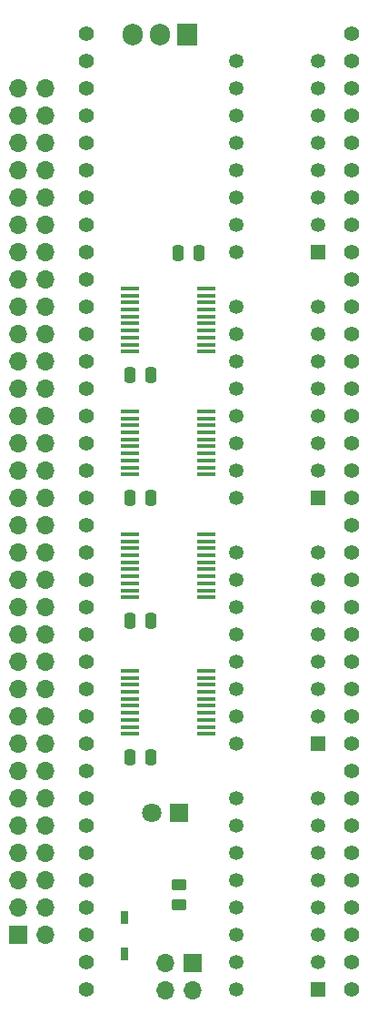
<source format=gts>
%TF.GenerationSoftware,KiCad,Pcbnew,7.0.5*%
%TF.CreationDate,2024-01-28T12:41:20+02:00*%
%TF.ProjectId,Signal Tester Left,5369676e-616c-4205-9465-73746572204c,V0*%
%TF.SameCoordinates,Original*%
%TF.FileFunction,Soldermask,Top*%
%TF.FilePolarity,Negative*%
%FSLAX46Y46*%
G04 Gerber Fmt 4.6, Leading zero omitted, Abs format (unit mm)*
G04 Created by KiCad (PCBNEW 7.0.5) date 2024-01-28 12:41:20*
%MOMM*%
%LPD*%
G01*
G04 APERTURE LIST*
G04 Aperture macros list*
%AMRoundRect*
0 Rectangle with rounded corners*
0 $1 Rounding radius*
0 $2 $3 $4 $5 $6 $7 $8 $9 X,Y pos of 4 corners*
0 Add a 4 corners polygon primitive as box body*
4,1,4,$2,$3,$4,$5,$6,$7,$8,$9,$2,$3,0*
0 Add four circle primitives for the rounded corners*
1,1,$1+$1,$2,$3*
1,1,$1+$1,$4,$5*
1,1,$1+$1,$6,$7*
1,1,$1+$1,$8,$9*
0 Add four rect primitives between the rounded corners*
20,1,$1+$1,$2,$3,$4,$5,0*
20,1,$1+$1,$4,$5,$6,$7,0*
20,1,$1+$1,$6,$7,$8,$9,0*
20,1,$1+$1,$8,$9,$2,$3,0*%
G04 Aperture macros list end*
%ADD10R,1.800000X0.450000*%
%ADD11RoundRect,0.250000X0.450000X-0.262500X0.450000X0.262500X-0.450000X0.262500X-0.450000X-0.262500X0*%
%ADD12RoundRect,0.250000X0.250000X0.475000X-0.250000X0.475000X-0.250000X-0.475000X0.250000X-0.475000X0*%
%ADD13C,1.350000*%
%ADD14R,1.350000X1.350000*%
%ADD15R,1.905000X2.000000*%
%ADD16O,1.905000X2.000000*%
%ADD17C,1.400000*%
%ADD18R,0.750000X1.200000*%
%ADD19R,1.700000X1.700000*%
%ADD20O,1.700000X1.700000*%
%ADD21R,1.800000X1.800000*%
%ADD22C,1.800000*%
%ADD23RoundRect,0.250000X-0.250000X-0.475000X0.250000X-0.475000X0.250000X0.475000X-0.250000X0.475000X0*%
G04 APERTURE END LIST*
D10*
%TO.C,IC2*%
X40900000Y-95635000D03*
X40900000Y-94985000D03*
X40900000Y-94335000D03*
X40900000Y-93685000D03*
X40900000Y-93035000D03*
X40900000Y-92385000D03*
X40900000Y-91735000D03*
X40900000Y-91085000D03*
X40900000Y-90435000D03*
X40900000Y-89785000D03*
X48000000Y-89785000D03*
X48000000Y-90435000D03*
X48000000Y-91085000D03*
X48000000Y-91735000D03*
X48000000Y-92385000D03*
X48000000Y-93035000D03*
X48000000Y-93685000D03*
X48000000Y-94335000D03*
X48000000Y-94985000D03*
X48000000Y-95635000D03*
%TD*%
D11*
%TO.C,R1*%
X45455999Y-124229500D03*
X45455999Y-122404500D03*
%TD*%
D12*
%TO.C,C5*%
X40944000Y-74930000D03*
X42844000Y-74930000D03*
%TD*%
D13*
%TO.C,DS2*%
X50800000Y-109220000D03*
X50800000Y-106680000D03*
X50800000Y-104140000D03*
X50800000Y-101600000D03*
X50800000Y-99060000D03*
X50800000Y-96520000D03*
X50800000Y-93980000D03*
X50800000Y-91440000D03*
X58420000Y-91440000D03*
X58420000Y-93980000D03*
X58420000Y-96520000D03*
X58420000Y-99060000D03*
X58420000Y-101600000D03*
X58420000Y-104140000D03*
X58420000Y-106680000D03*
D14*
X58420000Y-109220000D03*
%TD*%
D15*
%TO.C,U1*%
X46228000Y-43307000D03*
D16*
X43688000Y-43307000D03*
X41148000Y-43307000D03*
%TD*%
D17*
%TO.C,RN8*%
X36830000Y-63500000D03*
X36830000Y-60960000D03*
X36830000Y-58420000D03*
X36830000Y-55880000D03*
X36830000Y-53340000D03*
X36830000Y-50800000D03*
X36830000Y-48260000D03*
X36830000Y-45720000D03*
X36830000Y-43180000D03*
%TD*%
D10*
%TO.C,IC1*%
X40900000Y-108335000D03*
X40900000Y-107685000D03*
X40900000Y-107035000D03*
X40900000Y-106385000D03*
X40900000Y-105735000D03*
X40900000Y-105085000D03*
X40900000Y-104435000D03*
X40900000Y-103785000D03*
X40900000Y-103135000D03*
X40900000Y-102485000D03*
X48000000Y-102485000D03*
X48000000Y-103135000D03*
X48000000Y-103785000D03*
X48000000Y-104435000D03*
X48000000Y-105085000D03*
X48000000Y-105735000D03*
X48000000Y-106385000D03*
X48000000Y-107035000D03*
X48000000Y-107685000D03*
X48000000Y-108335000D03*
%TD*%
D17*
%TO.C,RN5*%
X61595000Y-86360000D03*
X61595000Y-83820000D03*
X61595000Y-81280000D03*
X61595000Y-78740000D03*
X61595000Y-76200000D03*
X61595000Y-73660000D03*
X61595000Y-71120000D03*
X61595000Y-68580000D03*
X61595000Y-66040000D03*
%TD*%
D18*
%TO.C,D3*%
X40386000Y-125427001D03*
X40386000Y-128827001D03*
%TD*%
D17*
%TO.C,RN1*%
X61595000Y-132080000D03*
X61595000Y-129540000D03*
X61595000Y-127000000D03*
X61595000Y-124460000D03*
X61595000Y-121920000D03*
X61595000Y-119380000D03*
X61595000Y-116840000D03*
X61595000Y-114300000D03*
X61595000Y-111760000D03*
%TD*%
D13*
%TO.C,DS3*%
X50800000Y-86359999D03*
X50800000Y-83819999D03*
X50800000Y-81279999D03*
X50800000Y-78739999D03*
X50800000Y-76199999D03*
X50800000Y-73659999D03*
X50800000Y-71119999D03*
X50800000Y-68579999D03*
X58420000Y-68579999D03*
X58420000Y-71119999D03*
X58420000Y-73659999D03*
X58420000Y-76199999D03*
X58420000Y-78739999D03*
X58420000Y-81279999D03*
X58420000Y-83819999D03*
D14*
X58420000Y-86359999D03*
%TD*%
D12*
%TO.C,C6*%
X40944000Y-110490000D03*
X42844000Y-110490000D03*
%TD*%
D19*
%TO.C,J2*%
X46736000Y-129667002D03*
D20*
X44196000Y-129667002D03*
X46736000Y-132207002D03*
X44196000Y-132207002D03*
%TD*%
D10*
%TO.C,IC3*%
X40899999Y-84205000D03*
X40899999Y-83555000D03*
X40899999Y-82905000D03*
X40899999Y-82255000D03*
X40899999Y-81605000D03*
X40899999Y-80955000D03*
X40899999Y-80305000D03*
X40899999Y-79655000D03*
X40899999Y-79005000D03*
X40899999Y-78355000D03*
X47999999Y-78355000D03*
X47999999Y-79005000D03*
X47999999Y-79655000D03*
X47999999Y-80305000D03*
X47999999Y-80955000D03*
X47999999Y-81605000D03*
X47999999Y-82255000D03*
X47999999Y-82905000D03*
X47999999Y-83555000D03*
X47999999Y-84205000D03*
%TD*%
%TO.C,IC4*%
X40900000Y-72775000D03*
X40900000Y-72125000D03*
X40900000Y-71475000D03*
X40900000Y-70825000D03*
X40900000Y-70175000D03*
X40900000Y-69525000D03*
X40900000Y-68875000D03*
X40900000Y-68225000D03*
X40900000Y-67575000D03*
X40900000Y-66925000D03*
X48000000Y-66925000D03*
X48000000Y-67575000D03*
X48000000Y-68225000D03*
X48000000Y-68875000D03*
X48000000Y-69525000D03*
X48000000Y-70175000D03*
X48000000Y-70825000D03*
X48000000Y-71475000D03*
X48000000Y-72125000D03*
X48000000Y-72775000D03*
%TD*%
D12*
%TO.C,C3*%
X40944000Y-86360000D03*
X42844000Y-86360000D03*
%TD*%
D13*
%TO.C,DS4*%
X50800000Y-63499999D03*
X50800000Y-60959999D03*
X50800000Y-58419999D03*
X50800000Y-55879999D03*
X50800000Y-53339999D03*
X50800000Y-50799999D03*
X50800000Y-48259999D03*
X50800000Y-45719999D03*
X58420000Y-45719999D03*
X58420000Y-48259999D03*
X58420000Y-50799999D03*
X58420000Y-53339999D03*
X58420000Y-55879999D03*
X58420000Y-58419999D03*
X58420000Y-60959999D03*
D14*
X58420000Y-63499999D03*
%TD*%
D12*
%TO.C,C4*%
X40944000Y-97790000D03*
X42844000Y-97790000D03*
%TD*%
D14*
%TO.C,DS1*%
X58420000Y-132080000D03*
D13*
X58420000Y-129540000D03*
X58420000Y-127000000D03*
X58420000Y-124460000D03*
X58420000Y-121920000D03*
X58420000Y-119380000D03*
X58420000Y-116840000D03*
X58420000Y-114300000D03*
X50800000Y-114300000D03*
X50800000Y-116840000D03*
X50800000Y-119380000D03*
X50800000Y-121920000D03*
X50800000Y-124460000D03*
X50800000Y-127000000D03*
X50800000Y-129540000D03*
X50800000Y-132080000D03*
%TD*%
D17*
%TO.C,RN4*%
X36830000Y-109220000D03*
X36830000Y-106680000D03*
X36830000Y-104140000D03*
X36830000Y-101600000D03*
X36830000Y-99060000D03*
X36830000Y-96520000D03*
X36830000Y-93980000D03*
X36830000Y-91440000D03*
X36830000Y-88900000D03*
%TD*%
%TO.C,RN2*%
X36830000Y-132080000D03*
X36830000Y-129540000D03*
X36830000Y-127000000D03*
X36830000Y-124460000D03*
X36830000Y-121920000D03*
X36830000Y-119380000D03*
X36830000Y-116840000D03*
X36830000Y-114300000D03*
X36830000Y-111760000D03*
%TD*%
D21*
%TO.C,LED1*%
X45470999Y-115697001D03*
D22*
X42930999Y-115697001D03*
%TD*%
D17*
%TO.C,RN3*%
X61595000Y-109220000D03*
X61595000Y-106680000D03*
X61595000Y-104140000D03*
X61595000Y-101600000D03*
X61595000Y-99060000D03*
X61595000Y-96520000D03*
X61595000Y-93980000D03*
X61595000Y-91440000D03*
X61595000Y-88900000D03*
%TD*%
%TO.C,RN7*%
X61595000Y-63500000D03*
X61595000Y-60960000D03*
X61595000Y-58420000D03*
X61595000Y-55880000D03*
X61595000Y-53340000D03*
X61595000Y-50800000D03*
X61595000Y-48260000D03*
X61595000Y-45720000D03*
X61595000Y-43180000D03*
%TD*%
%TO.C,RN6*%
X36830000Y-86360000D03*
X36830000Y-83820000D03*
X36830000Y-81280000D03*
X36830000Y-78740000D03*
X36830000Y-76200000D03*
X36830000Y-73660000D03*
X36830000Y-71120000D03*
X36830000Y-68580000D03*
X36830000Y-66040000D03*
%TD*%
D23*
%TO.C,C1*%
X45421000Y-63627000D03*
X47321000Y-63627000D03*
%TD*%
D20*
%TO.C,J3*%
X33020000Y-48260000D03*
X30480000Y-48260000D03*
X33020000Y-50800000D03*
X30480000Y-50800000D03*
X33020000Y-53340000D03*
X30480000Y-53340000D03*
X33020000Y-55880000D03*
X30480000Y-55880000D03*
X33020000Y-58420000D03*
X30480000Y-58420000D03*
X33020000Y-60960000D03*
X30480000Y-60960000D03*
X33020000Y-63500000D03*
X30480000Y-63500000D03*
X33020000Y-66040000D03*
X30480000Y-66040000D03*
X33020000Y-68580000D03*
X30480000Y-68580000D03*
X33020000Y-71120000D03*
X30480000Y-71120000D03*
X33020000Y-73660000D03*
X30480000Y-73660000D03*
X33020000Y-76200000D03*
X30480000Y-76200000D03*
X33020000Y-78740000D03*
X30480000Y-78740000D03*
X33020000Y-81280000D03*
X30480000Y-81280000D03*
X33020000Y-83820000D03*
X30480000Y-83820000D03*
X33020000Y-86360000D03*
X30480000Y-86360000D03*
X33020000Y-88900000D03*
X30480000Y-88900000D03*
X33020000Y-91440000D03*
X30480000Y-91440000D03*
X33020000Y-93980000D03*
X30480000Y-93980000D03*
X33020000Y-96520000D03*
X30480000Y-96520000D03*
X33020000Y-99060000D03*
X30480000Y-99060000D03*
X33020000Y-101600000D03*
X30480000Y-101600000D03*
X33020000Y-104140000D03*
X30480000Y-104140000D03*
X33020000Y-106680000D03*
X30480000Y-106680000D03*
X33020000Y-109220000D03*
X30480000Y-109220000D03*
X33020000Y-111760000D03*
X30480000Y-111760000D03*
X33020000Y-114300000D03*
X30480000Y-114300000D03*
X33020000Y-116840000D03*
X30480000Y-116840000D03*
X33020000Y-119380000D03*
X30480000Y-119380000D03*
X33020000Y-121920000D03*
X30480000Y-121920000D03*
X33020000Y-124460000D03*
X30480000Y-124460000D03*
X33020000Y-127000000D03*
D19*
X30480000Y-127000000D03*
%TD*%
M02*

</source>
